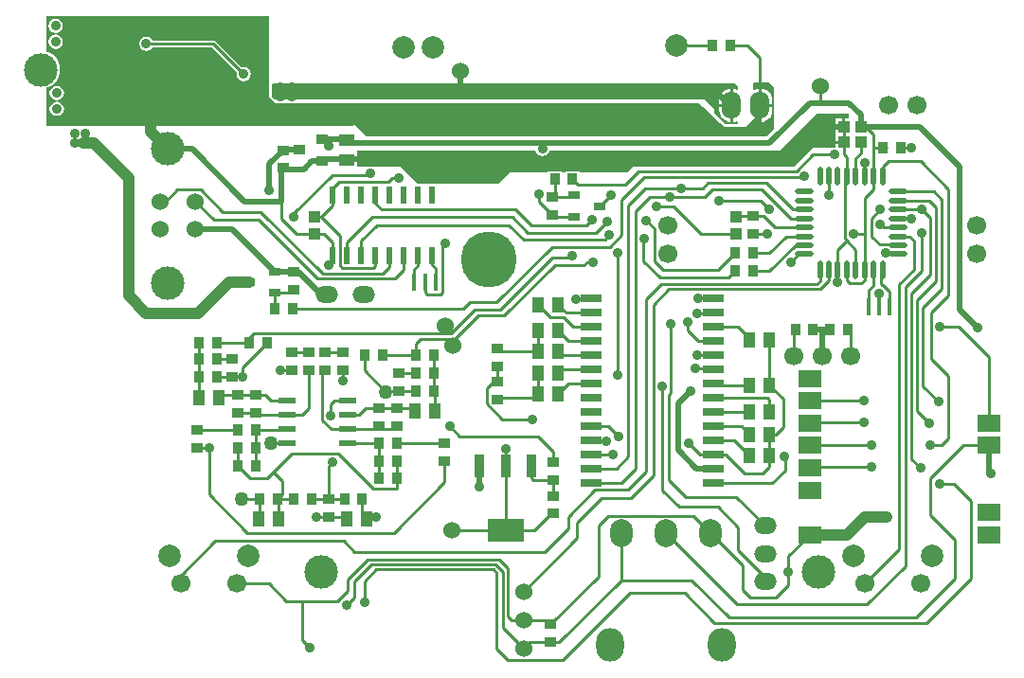
<source format=gtl>
%FSTAX25Y25*%
%MOIN*%
%SFA1B1*%

%IPPOS*%
%ADD10R,0.035430X0.039370*%
%ADD11C,0.060000*%
%ADD12R,0.041340X0.025590*%
%ADD13R,0.078740X0.059060*%
%ADD14R,0.039370X0.039370*%
%ADD15R,0.011810X0.062990*%
%ADD16R,0.127950X0.084650*%
%ADD17R,0.037400X0.084650*%
%ADD18R,0.039370X0.035430*%
%ADD19R,0.023620X0.061020*%
%ADD20R,0.039370X0.039370*%
%ADD21R,0.041340X0.055120*%
%ADD22R,0.039370X0.037400*%
%ADD23R,0.061020X0.023620*%
%ADD24R,0.037400X0.039370*%
%ADD25R,0.037400X0.039370*%
%ADD26R,0.072840X0.025590*%
%ADD27O,0.021650X0.064960*%
%ADD28O,0.064960X0.021650*%
%ADD29R,0.055120X0.041340*%
%ADD30C,0.010000*%
%ADD31C,0.019690*%
%ADD32C,0.039370*%
%ADD33C,0.078740*%
%ADD34C,0.066930*%
%ADD35O,0.066930X0.098430*%
%ADD36O,0.078740X0.060000*%
%ADD37O,0.098430X0.118110*%
%ADD38O,0.078740X0.098430*%
%ADD39C,0.118110*%
%ADD40C,0.196850*%
%ADD41O,0.078740X0.060000*%
%ADD42C,0.035430*%
%ADD43C,0.050000*%
%LNmain_pcb-1*%
%LPD*%
G36*
X0440551Y0405512D02*
X0441732Y0404331D01*
Y0403536*
X0441232Y0403201*
X0440544Y0403486*
X0439909Y040357*
Y0397677*
Y0391784*
X0440544Y0391868*
X0441232Y0392153*
X0441732Y0391819*
Y0390945*
X0437401*
X0433465Y0394882*
Y0396063*
X0429921Y0399606*
X027874*
X0277559Y0400787*
Y0405118*
X0277953Y0405512*
X0440551*
G37*
G36*
X0276772Y0398425D02*
X0279915D01*
X0280709Y0398267*
X0281502Y0398425*
X0283852*
X0284646Y0398267*
X0285439Y0398425*
X0427953*
X0436614Y0389764*
X0444488*
X044685Y0392126*
X044735Y0392251*
X0448275Y0391868*
X0448909Y0391784*
Y0397677*
Y040357*
X0448275Y0403486*
X044735Y0403104*
X044685Y0403335*
Y0405512*
X0447244Y0405905*
X0452362*
X0454331Y0403937*
Y038937*
X0451575Y0386614*
X0311024*
X0306693Y0390945*
X0306299Y0390551*
X0198425*
Y0403931*
X0198997Y0404104*
X0200144Y0404717*
X020115Y0405543*
X0201975Y0406549*
X0202589Y0407696*
X0202967Y0408941*
X0203094Y0410236*
X0202967Y0411531*
X0202589Y0412776*
X0201975Y0413924*
X020115Y041493*
X0200144Y0415755*
X0198997Y0416368*
X0198425Y0416542*
Y0429134*
X0276772*
Y0398425*
G37*
G36*
X0480709Y0393126D02*
X0479437D01*
Y0390158*
X0478937*
Y0389657*
X0475969*
Y0387189*
Y0385146*
X0478937*
Y0384146*
X0475969*
Y0383145*
X047559Y0382834*
X04748Y0382677*
X046811*
X0466535Y0381102*
X0461417Y0375984*
X0404724*
X0402756Y0374016*
X0385936*
Y0374322*
X0380993*
Y0374016*
X0379637*
Y0374322*
X0374694*
Y0374016*
X0361417*
X035748Y0370079*
X0342913*
X0335827*
X032874*
X0322835Y0375984*
X0312994*
X0312204Y0376141*
X0311414Y0375984*
X0307693*
Y0377847*
X0303937*
Y0378847*
X0307693*
Y0381413*
X030775Y038189*
X0370393*
X0370506Y0381319*
X0371053Y0380502*
X037187Y0379955*
X0372835Y0379763*
X0373799Y0379955*
X0374617Y0380502*
X0375163Y0381319*
X0375276Y038189*
X0456299*
X0469291Y0394882*
X0480709*
Y0393126*
G37*
%LNmain_pcb-2*%
%LPC*%
G36*
X0438909Y0397177D02*
X0435026D01*
Y0396102*
X0435175Y0394968*
X0435613Y039391*
X0436309Y0393002*
X0437218Y0392306*
X0438275Y0391868*
X0438909Y0391784*
Y0397177*
G37*
G36*
Y040357D02*
X0438275Y0403486D01*
X0437218Y0403049*
X0436309Y0402352*
X0435613Y0401444*
X0435175Y0400387*
X0435026Y0399252*
Y0398177*
X0438909*
Y040357*
G37*
G36*
X0453793Y0397177D02*
X0449909D01*
Y0391784*
X0450544Y0391868*
X0451601Y0392306*
X0452509Y0393002*
X0453206Y039391*
X0453644Y0394968*
X0453793Y0396102*
Y0397177*
G37*
G36*
X0201969Y0398977D02*
X0201004Y0398785D01*
X0200186Y0398239*
X019964Y0397421*
X0199448Y0396457*
X019964Y0395492*
X0200186Y0394675*
X0201004Y0394128*
X0201969Y0393937*
X0202933Y0394128*
X020375Y0394675*
X0204297Y0395492*
X0204489Y0396457*
X0204297Y0397421*
X020375Y0398239*
X0202933Y0398785*
X0201969Y0398977*
G37*
G36*
X0233465Y0421811D02*
X02325Y042162D01*
X0231683Y0421073*
X0231136Y0420256*
X0230944Y0419291*
X0231136Y0418327*
X0231683Y0417509*
X02325Y0416963*
X0233465Y0416771*
X0234429Y0416963*
X0235246Y0417509*
X023562Y0418068*
X025658*
X0265328Y040932*
X0265196Y0408661*
X0265388Y0407697*
X0265935Y040688*
X0266752Y0406333*
X0267717Y0406141*
X0268681Y0406333*
X0269498Y040688*
X0270045Y0407697*
X0270237Y0408661*
X0270045Y0409626*
X0269498Y0410443*
X0268681Y041099*
X0267717Y0411181*
X0267058Y0411051*
X0257952Y0420156*
X0257555Y0420422*
X0257087Y0420515*
X023562*
X0235246Y0421073*
X0234429Y042162*
X0233465Y0421811*
G37*
G36*
X0201575Y0422599D02*
X020061Y0422407D01*
X0199793Y0421861*
X0199247Y0421043*
X0199055Y0420079*
X0199247Y0419114*
X0199793Y0418297*
X020061Y0417751*
X0201575Y0417559*
X0202539Y0417751*
X0203357Y0418297*
X0203903Y0419114*
X0204095Y0420079*
X0203903Y0421043*
X0203357Y0421861*
X0202539Y0422407*
X0201575Y0422599*
G37*
G36*
Y0428111D02*
X020061Y0427919D01*
X0199793Y0427373*
X0199247Y0426555*
X0199055Y0425591*
X0199247Y0424626*
X0199793Y0423809*
X020061Y0423262*
X0201575Y042307*
X0202539Y0423262*
X0203357Y0423809*
X0203903Y0424626*
X0204095Y0425591*
X0203903Y0426555*
X0203357Y0427373*
X0202539Y0427919*
X0201575Y0428111*
G37*
G36*
X0449909Y040357D02*
Y0398177D01*
X0453793*
Y0399252*
X0453644Y0400387*
X0453206Y0401444*
X0452509Y0402352*
X0451601Y0403049*
X0450544Y0403486*
X0449909Y040357*
G37*
G36*
X0201969Y0404489D02*
X0201004Y0404297D01*
X0200186Y0403751*
X019964Y0402933*
X0199448Y0401968*
X019964Y0401004*
X0200186Y0400186*
X0201004Y039964*
X0201969Y0399448*
X0202933Y039964*
X020375Y0400186*
X0204297Y0401004*
X0204489Y0401968*
X0204297Y0402933*
X020375Y0403751*
X0202933Y0404297*
X0201969Y0404489*
G37*
G36*
X0478437Y0393126D02*
X0475969D01*
Y0390657*
X0478437*
Y0393126*
G37*
%LNmain_pcb-3*%
%LPD*%
G54D10*
X0328346Y0309842D03*
X0334646D03*
X0440551Y0345669D03*
X044685D03*
X0440551Y033937D03*
X044685D03*
X0251969Y0308268D03*
X0258268D03*
X0251969Y0301969D03*
X0258268D03*
X0272047Y0283465D03*
X0265748D03*
X0272047Y0277165D03*
X0265748D03*
X0334646Y0303543D03*
X0328346D03*
X0334646Y0297244D03*
X0328346D03*
X0315354Y027874D03*
X0321654D03*
X0315354Y0272441D03*
X0321654D03*
X0291732Y0259055D03*
X0285433D03*
X0279528D03*
X0273228D03*
X0275984Y0314173D03*
X0269685D03*
X0258268D03*
X0251969D03*
X0310236Y0309842D03*
X0316535D03*
X0383465Y0371654D03*
X0377165D03*
X0498819Y0382677D03*
X049252D03*
X0285039Y0325984D03*
X027874D03*
X046811Y0318898D03*
X0461811D03*
X0474016D03*
X0480315D03*
G54D11*
X0341339Y0312992D03*
X0338583Y0320079D03*
X0344094Y0409842D03*
X0470472Y0404331D03*
X0340945Y0248031D03*
X0366142Y0206535D03*
Y0216535D03*
Y0226535D03*
X0250787Y0353995D03*
Y0363838D03*
X0238189Y0353995D03*
Y0363838D03*
G54D12*
X0269488Y0335433D03*
X0278543Y0339173D03*
Y0331693D03*
X039311Y0362205D03*
X0384055Y0358465D03*
Y0365945D03*
G54D13*
X0466929Y0262205D03*
X0529921Y0285827D03*
Y0277953D03*
Y0254331D03*
Y0246457D03*
X0466929D03*
Y0270079D03*
Y0277953D03*
Y0285827D03*
Y0293701D03*
Y0301575D03*
G54D14*
X029252Y0352559D03*
Y0358465D03*
X0440945D03*
Y0352559D03*
G54D15*
X0327756Y0335433D03*
X0331496D03*
X0335236D03*
X0487598Y0326772D03*
X0491339D03*
X0495079D03*
G54D16*
X0359842Y0248031D03*
G54D17*
X0350787Y0270866D03*
X0359842D03*
X0368898D03*
G54D18*
X0287402Y0381924D03*
X0295276Y0377987D03*
Y0385861D03*
X044685Y0358661D03*
Y0352362D03*
X0357087Y0305906D03*
Y0312205D03*
Y0300394D03*
Y0294094D03*
X0296457Y0304331D03*
Y031063D03*
X0290551Y0304331D03*
Y031063D03*
X0265748Y0295669D03*
Y028937D03*
X0321654Y0290945D03*
Y0284646D03*
X0376378Y0365354D03*
Y0359055D03*
X0376772Y0260236D03*
Y0253937D03*
Y0272047D03*
Y0265748D03*
X0285433Y0332677D03*
Y0338976D03*
G54D19*
X0299035Y0366142D03*
X0304035D03*
X0334035Y0344882D03*
Y0366142D03*
X0329035D03*
X0324035D03*
X0319035D03*
X0314035D03*
X0309035D03*
X0329035Y0344882D03*
X0324035D03*
X0319035D03*
X0314035D03*
X0309035D03*
X0304035D03*
X0299035D03*
G54D20*
X0478937Y0390158D03*
X0484842D03*
X0478937Y0384646D03*
X0484842D03*
G54D21*
X0452756Y0314961D03*
X0445669D03*
X0452756Y0299213D03*
X0445669D03*
X0452756Y0289764D03*
X0445669D03*
X0452756Y028189D03*
X0445669D03*
X0452756Y0274409D03*
X0445669D03*
X0378346Y0303543D03*
X037126D03*
X0378346Y0296063D03*
X037126D03*
X0378346Y0311024D03*
X037126D03*
X0378346Y0318504D03*
X037126D03*
X0378346Y0327559D03*
X037126D03*
X0259055Y0294882D03*
X0251969D03*
X0327953Y0290158D03*
X0335039D03*
X0272835Y0251969D03*
X0279921D03*
X0311024D03*
X0303937D03*
G54D22*
X0302756Y031063D03*
Y0304331D03*
X0284646Y031063D03*
Y0304331D03*
X0263779Y0308268D03*
Y0301969D03*
X0272047Y0295669D03*
Y028937D03*
X0251181Y0283465D03*
Y0277165D03*
X0315354Y0290945D03*
Y0284646D03*
X0322441Y0303543D03*
Y0297244D03*
X0338189Y027874D03*
Y0272441D03*
X0297638Y0259055D03*
Y0252756D03*
X0281496Y037559D03*
Y038189D03*
X037559Y0208661D03*
Y0214961D03*
G54D23*
X0283071Y0293721D03*
Y028872D03*
Y028372D03*
Y027872D03*
X0304331Y0293721D03*
Y028872D03*
Y028372D03*
Y027872D03*
G54D24*
X0272047Y0270866D03*
X0265748D03*
X0315354Y0266535D03*
X0321654D03*
X0432677Y0418898D03*
X0438976D03*
G54D25*
X0309449Y0259055D03*
X030315D03*
G54D26*
X0432874Y0264744D03*
Y0269744D03*
Y0274744D03*
Y0279744D03*
Y0284744D03*
Y0289744D03*
Y0294744D03*
Y0299744D03*
Y0304744D03*
Y0309744D03*
Y0314744D03*
Y0319744D03*
Y0324744D03*
Y0329744D03*
X0389961D03*
Y0324744D03*
Y0319744D03*
Y0314744D03*
Y0309744D03*
Y0304744D03*
Y0299744D03*
Y0294744D03*
Y0289744D03*
Y0284744D03*
Y0279744D03*
Y0274744D03*
Y0269744D03*
Y0264744D03*
G54D27*
X0470472Y0339764D03*
X0473622D03*
X0476772D03*
X0479921D03*
X0483071D03*
X0486221D03*
X048937D03*
X049252D03*
Y0372835D03*
X048937D03*
X0486221D03*
X0483071D03*
X0479921D03*
X0476772D03*
X0473622D03*
X0470472D03*
G54D28*
X0498032Y0345276D03*
Y0348425D03*
Y0351575D03*
Y0354724D03*
Y0357874D03*
Y0361024D03*
Y0364173D03*
Y0367323D03*
X0464961D03*
Y0364173D03*
Y0361024D03*
Y0357874D03*
Y0354724D03*
Y0351575D03*
Y0348425D03*
Y0345276D03*
G54D29*
X0303937Y0385433D03*
Y0378346D03*
G54D30*
X0428519Y0352559D02*
X0440945D01*
X0409449Y0357087D02*
X0412205Y0354331D01*
Y0342913D02*
Y0354331D01*
X0409449Y0329528D02*
X0414692Y0334771D01*
X0409449Y0268898D02*
Y0329528D01*
X0402816Y0262265D02*
X0409449Y0268898D01*
X0455118Y022441D02*
X0459449Y022874D01*
Y0233465D02*
Y0238976D01*
X0466929Y0246457*
X0459449Y022874D02*
Y0233465D01*
X0417323Y0295669D02*
X041811Y0296457D01*
Y0320866*
X0411811Y0327559D02*
X0417323Y0333071D01*
X0411811Y0267323D02*
Y0327559D01*
X0417323Y0333071D02*
X0470472D01*
X0417323Y0265748D02*
Y0295669D01*
Y0265748D02*
X0423228Y0259842D01*
X0440945*
X0451181Y0249606*
Y0229921D02*
Y0231496D01*
X0441732Y0240945D02*
X0451181Y0231496D01*
X0441732Y0240945D02*
Y0249213D01*
X0434646Y0256299D02*
X0441732Y0249213D01*
X0420866Y0256299D02*
X0434646D01*
X0414961Y0262205D02*
X0420866Y0256299D01*
X0414961Y0262205D02*
Y0298819D01*
X0403937Y0259449D02*
X0411811Y0267323D01*
X0361811Y0216535D02*
X0366142D01*
X0385039Y0245433D02*
Y0250787D01*
X0366142Y0226535D02*
X0385039Y0245433D01*
X0265321Y0229331D02*
X0276575D01*
X0245636D02*
Y023225D01*
X0257696Y024431*
X0302934*
X0272047Y0295669D02*
D01*
X0265748D02*
X0272047D01*
X0358736Y0287008D02*
X0369291D01*
X035315Y0292594D02*
X0358736Y0287008D01*
X035315Y0292594D02*
Y0298031D01*
X0355512Y0300394*
X0357087*
X0509627Y0308385D02*
X0515748Y0302264D01*
X0509627Y0308385D02*
Y0324587D01*
X0512598Y0319685D02*
X0519291D01*
X0529921Y0309055*
X0502756Y0331496D02*
X0509271Y0338011D01*
X0502756Y0273228D02*
Y0331496D01*
Y0273228D02*
X0505905Y0270079D01*
X0487008Y0222047D02*
X0500519Y0235558D01*
X0506693Y0298819D02*
Y0326378D01*
Y0298819D02*
X0512205Y0293307D01*
X0504724Y0290158D02*
Y0329134D01*
Y0290158D02*
X0509055Y0285827D01*
X0515748Y0280315D02*
Y0302264D01*
X0513386Y0277953D02*
X0515748Y0280315D01*
X0424409Y027874D02*
X0428406Y0274744D01*
X0432874*
Y0319744D02*
X0441673D01*
X0445669Y0315748*
Y0314961D02*
Y0315748D01*
X0437461Y0274744D02*
X0444095Y026811D01*
X0432874Y0274744D02*
X0437461D01*
X0425965Y0253169D02*
X0432087Y0247047D01*
X0396082Y0253169D02*
X0425965D01*
X039252Y0249606D02*
X0396082Y0253169D01*
X039252Y023189D02*
Y0249606D01*
X037559Y0214961D02*
X039252Y023189D01*
X0467323Y0270472D02*
X0488583D01*
X0466929Y0270079D02*
X0467323Y0270472D01*
X0466931Y0277952D02*
X0488582D01*
X046693Y0277953D02*
X0466931Y0277952D01*
X046693D02*
Y0277953D01*
X0466929D02*
X046693Y0277952D01*
X0466929Y0285827D02*
X0467323Y0286221D01*
X0485827*
X0467717Y0293701D02*
X0485827D01*
X0467323Y0293307D02*
X0467717Y0293701D01*
X0446063Y022441D02*
X0455118D01*
X0443307Y0227165D02*
X0446063Y022441D01*
X0443307Y0227165D02*
Y0235827D01*
X0432087Y0247047D02*
X0443307Y0235827D01*
X0385039Y0250787D02*
X0393701Y0259449D01*
X0403937*
X0432874Y0294744D02*
X0452106D01*
X0438583Y0217323D02*
X0504331D01*
X0425394Y0230512D02*
X0438583Y0217323D01*
X0400591Y0230512D02*
X0425394D01*
X0400591D02*
Y0247047D01*
X037874Y0208661D02*
X0400591Y0230512D01*
X0368268Y0208661D02*
X037874D01*
X0488583Y0351575D02*
X0491516Y0348641D01*
X0493989Y0345276D02*
X0498032D01*
X0493648Y0345617D02*
X0493989Y0345276D01*
X0491516Y0348641D02*
X0497816D01*
X0498032Y0348425*
X0449606Y0364173D02*
X0452756Y0361024D01*
X0435039Y0364173D02*
X0449606D01*
X0479312Y0350609D02*
Y0372225D01*
X0479921Y0372835*
X0479312Y0350609D02*
X0479921Y035D01*
X0482283Y0352362D02*
X0486221D01*
X0424015Y0318465D02*
Y0321259D01*
Y0318465D02*
X0427736Y0314744D01*
X0491732Y0355906D02*
X0492913Y0354724D01*
X0498032*
X0488583Y0351575D02*
Y0357874D01*
X0491732Y0361024*
X0479921Y0372835D02*
X0479984Y0372897D01*
X0473622Y0372835D02*
X0473716Y0372741D01*
X0473622Y0366142D02*
X0473716Y0366236D01*
Y0372741*
X0399212Y0302757D02*
Y0345669D01*
Y0302757D02*
X0399213Y0302756D01*
X0396544Y0347853D02*
X0400787Y0352097D01*
X0344882Y0325984D02*
X0347244Y0328346D01*
X0285039Y0325984D02*
X0344882D01*
X0331496Y033189D02*
Y0335433D01*
Y033189D02*
X0332302Y0331083D01*
X0336989*
X0337795Y033189*
Y0348425*
X0338583Y0349213*
X0320918Y0336666D02*
X0324035Y0339784D01*
X0272835Y035748D02*
X0293649Y0336666D01*
X0320918*
X0299035Y0342736D02*
Y0344882D01*
X0281102Y0357874D02*
Y0363779D01*
Y0357874D02*
X0286417Y0352559D01*
X029252*
X0299035Y0366142D02*
Y0368327D01*
X0257145Y035748D02*
X0272835D01*
X0244416Y0368038D02*
X0252527D01*
X0240216Y0363838D02*
X0244416Y0368038D01*
X0260329Y0360236D02*
X0273622D01*
X0252527Y0368038D02*
X0260329Y0360236D01*
X0250787Y0363838D02*
X0257145Y035748D01*
X0285433Y0358268D02*
Y0359842D01*
X0371653Y036378D02*
X0376969Y0358465D01*
X0384055*
X0383465Y0365354D02*
X0384055Y0365945D01*
X0376378Y0365354D02*
X0383465D01*
X0376378D02*
X0377165Y0366142D01*
Y0371654*
X0313386Y0340551D02*
X0314035Y0341201D01*
X0302437Y0340551D02*
X0313386D01*
X0301654Y0341334D02*
X0302437Y0340551D01*
X0301654Y0341334D02*
Y0351889D01*
X0462992Y0345276D02*
X0464961D01*
X0460236Y034252D02*
X0462992Y0345276D01*
X0529921Y0285827D02*
Y0309055D01*
X0470472Y0335827D02*
Y0339764D01*
X0469417Y0334771D02*
X0470472Y0335827D01*
X0414692Y0334771D02*
X0469417D01*
X0415354Y0339764D02*
X0434646D01*
X0412205Y0342913D02*
X0415354Y0339764D01*
X0412991Y0362204D02*
X0418874D01*
X0434646Y0339764D02*
X0440551Y0345669D01*
X0414173Y0337008D02*
X0438189D01*
X0408268Y0342913D02*
X0414173Y0337008D01*
X0418874Y0362204D02*
X0428519Y0352559D01*
X0408661Y0350787D02*
Y0350788D01*
X0408268Y0351181D02*
X0408661Y0350788D01*
X0391398Y0262265D02*
X0402816D01*
X038189Y0252756D02*
X0391398Y0262265D01*
X038189Y0248819D02*
Y0252756D01*
X0449958Y036811D02*
X0460194Y0357874D01*
X048937Y0382677D02*
Y0387402D01*
Y0372835D02*
Y0382677D01*
X0493819*
X0278543Y0326181D02*
X027874Y0325984D01*
X0278543Y0326181D02*
Y0331693D01*
X0284449D02*
X0285433Y0332677D01*
X0278543Y0331693D02*
X0284449D01*
X0509449Y0277953D02*
X0513386D01*
X0466929Y0293701D02*
X0467323Y0293307D01*
X0466929Y0270079D02*
D01*
X0457874Y0274016D02*
X0458192Y0273698D01*
Y0269216D02*
Y0273698D01*
X0453721Y0264744D02*
X0458192Y0269216D01*
X0432874Y0264744D02*
X0453721D01*
X0441339Y0222047D02*
X0487008D01*
X0416339Y0247047D02*
X0441339Y0222047D01*
X0295079Y0358465D02*
X0301654Y0351889D01*
X0314035Y0341201D02*
Y0344882D01*
X0319035Y0340689D02*
Y0344882D01*
X0343701Y0281102D02*
X037126D01*
X0376772Y027559*
Y0272047D02*
Y027559D01*
X0427736Y0329744D02*
X0432874D01*
X0389744Y0329528D02*
X0389961Y0329744D01*
X0384646Y0329528D02*
X0389744D01*
X0427165Y0309842D02*
X0427264Y0309744D01*
X0432874*
X0427736Y0314744D02*
X0432874D01*
X0476772Y0335433D02*
Y0339764D01*
Y0335433D02*
D01*
X0491339Y0326772D02*
Y0331496D01*
X0495079Y0326772D02*
Y0331959D01*
X0492569Y0334468D02*
X0495079Y0331959D01*
X0492304Y0334468D02*
X0492569D01*
X0492126Y0334646D02*
X0492304Y0334468D01*
X0492126Y0334646D02*
Y033937D01*
X049252Y0339764*
X048937D02*
D01*
Y0334252D02*
Y0339764D01*
X0487598Y033248D02*
X048937Y0334252D01*
X0487598Y0326772D02*
Y033248D01*
X0381747Y0344094D02*
X0382534Y0344882D01*
X0387402Y0341339D02*
X0388583Y034252D01*
X0390551*
X0486221Y0352362D02*
Y0364961D01*
Y0339764D02*
Y0352362D01*
X0451968D02*
D01*
X044685D02*
X0451968D01*
X0486614Y0390158D02*
X048937Y0387402D01*
X0478937Y0384646D02*
Y0390158D01*
X0486221Y0336221D02*
Y0339764D01*
X0485039Y0335039D02*
X0486221Y0336221D01*
X0481102Y0335039D02*
X0485039D01*
X0479921Y0336221D02*
X0481102Y0335039D01*
X0479921Y0336221D02*
Y0339764D01*
X048937Y036811D02*
Y0372835D01*
X0486221Y0364961D02*
X048937Y036811D01*
X0483071Y0339764D02*
Y034685D01*
X0479921Y035D02*
X0483071Y034685D01*
X0476772Y0339764D02*
Y034685D01*
X0479921Y035*
X0483071Y0372835D02*
Y0379134D01*
X0484842Y0380906*
Y0384646*
X044685Y0358661D02*
X0450787D01*
X0441142D02*
X044685D01*
X0440945Y0358465D02*
X0441142Y0358661D01*
X0450787D02*
X0454724Y0354724D01*
X0464961*
X0470472Y0333071D02*
X0473622Y0336221D01*
Y0339764*
X0374016Y0216535D02*
X037559Y0214961D01*
X0366142Y0216535D02*
X0374016D01*
X0452756Y028189D02*
X0455118D01*
X045748Y0284252*
Y0294488*
X0452756Y0299213D02*
X045748Y0294488D01*
X0452756Y0299213D02*
Y0314961D01*
X0390177Y0279528D02*
X0395276D01*
X0389961Y0279744D02*
X0390177Y0279528D01*
X0432539Y032441D02*
X0432874Y0324744D01*
X0427165Y032441D02*
X0432539D01*
X04325Y0305118D02*
X0432874Y0304744D01*
X0426772Y0305118D02*
X04325D01*
X0452756Y0274409D02*
Y028189D01*
X0440335Y0279744D02*
X0445669Y0274409D01*
X0432874Y0279744D02*
X0440335D01*
X0442815Y0284744D02*
X0445669Y028189D01*
X0432874Y0284744D02*
X0442815D01*
X0432874Y0289744D02*
X0432894Y0289764D01*
X0445669*
X0452756D02*
Y0294094D01*
X0452106Y0294744D02*
X0452756Y0294094D01*
X0432874Y0299744D02*
X0433405Y0299213D01*
X0445669*
X0334035Y0341555D02*
X0335236Y0340354D01*
Y0335433D02*
Y0340354D01*
X0334035Y0341555D02*
Y0344882D01*
X0327756Y0339961D02*
X0329035Y034124D01*
Y0344882*
X0327756Y0335433D02*
Y0339961D01*
X0299035Y0344882D02*
Y034939D01*
X0295866Y0352559D02*
X0299035Y034939D01*
X029252Y0352559D02*
X0295866D01*
X0299035Y0362421D02*
Y0366142D01*
X0295079Y0358465D02*
X0299035Y0362421D01*
X029252Y0358465D02*
X0295079D01*
X0438189Y0337008D02*
X0440551Y033937D01*
X0408268Y0342913D02*
Y0351181D01*
X0304035Y0344882D02*
Y0349311D01*
X0309035Y0344882D02*
Y034998D01*
X044685Y033937D02*
X0452756D01*
X0461811Y0348425*
X0464961*
X044685Y0345669D02*
X0452756D01*
X0458661Y0351575*
X0464961*
X0389961Y0269744D02*
X0398878D01*
X0389961Y0264744D02*
X0400571D01*
X0338189Y0264961D02*
Y0272441D01*
X0460194Y0357874D02*
X0464961D01*
X0357087Y0300394D02*
Y0305906D01*
X037126Y0296063D02*
Y0303543D01*
X0370079Y0294882D02*
X037126Y0296063D01*
X0357874Y0294882D02*
X0370079D01*
X0357087Y0294094D02*
X0357874Y0294882D01*
X0378346Y0296063D02*
X0382028Y0299744D01*
X0389961*
X0378346Y0303543D02*
X0379547Y0304744D01*
X0389961*
X0357087Y0312205D02*
X0358268Y0311024D01*
X037126*
Y0318504*
X0378346Y0311024D02*
X0379626Y0309744D01*
X0389961*
X0378346Y0318504D02*
X0382106Y0314744D01*
X0389961*
X037126Y0327559D02*
X037559Y0323228D01*
X0380273*
X0383757Y0319744*
X0389961*
X0378346Y0327559D02*
X0381161Y0324744D01*
X0389961*
X0238189Y0363838D02*
X0240216D01*
X0324035Y0339784D02*
Y0344882D01*
X0359842Y0270866D02*
Y0276772D01*
Y0248031D02*
X0370079D01*
X0375984Y0253937*
X0376772*
X0359842Y0248031D02*
Y0270866D01*
X0368898Y0266535D02*
Y0270866D01*
Y0266535D02*
X0369685Y0265748D01*
X0376772*
Y0260236D02*
Y0265748D01*
X0293307Y0252756D02*
X0297638D01*
X0322441Y0303543D02*
D01*
X0328346*
X0267323Y0301969D02*
D01*
X0263779D02*
X0267323D01*
X0263779D02*
D01*
X0258268D02*
X0263779D01*
X0297638Y0270866D02*
X0298819Y0272047D01*
X0297638Y0259055D02*
Y0270866D01*
X0300965Y0275019D02*
X0313386Y0262598D01*
X0275984Y0266535D02*
X0284468Y0275019D01*
X0300965*
X0270079Y0266535D02*
X0275984D01*
X0298425Y0288583D02*
Y029252D01*
X0295454Y0303327D02*
X0296457Y0304331D01*
X0295454Y028683D02*
X0298563Y028372D01*
X0295454Y028683D02*
Y0303327D01*
X0298425Y029252D02*
X0299626Y0293721D01*
X0304331*
X0298563Y028372D02*
X0304331D01*
X0281228Y0260755D02*
Y026554D01*
X0279528Y0259055D02*
X0281228Y0260755D01*
X0278108Y0268659D02*
X0281228Y026554D01*
X0255512Y026063D02*
Y0277165D01*
X0313386Y0262598D02*
X0321654D01*
X0251181Y0277165D02*
X0255512D01*
X0302756Y0300787D02*
Y0304331D01*
Y0300787D02*
D01*
X0284646Y0304331D02*
D01*
X0280709D02*
X0284646D01*
X0233465Y0419291D02*
X0257087D01*
X0267717Y0408661*
X0322441Y0297244D02*
X0328346D01*
X031811D02*
X0322441D01*
X0317717Y029685D02*
X031811Y0297244D01*
X0297638Y0252756D02*
D01*
X030315*
X0272835Y0251969D02*
X0273228Y0252362D01*
Y0259055*
X0266929D02*
X0273228D01*
X0277185Y027872D02*
X0283071D01*
X0297638Y0259055D02*
X030315D01*
X0291732D02*
X0297638D01*
X0279528D02*
X0285433D01*
X0279528D02*
X0279921Y0258661D01*
Y0251969D02*
Y0258661D01*
X0321654Y0262598D02*
Y0272441D01*
X0265748Y0270866D02*
X0270079Y0266535D01*
X0284646Y031063D02*
D01*
X0290551*
X0302756D02*
D01*
X0296457D02*
X0302756D01*
X0258268Y0308268D02*
X0263779D01*
X0251969Y0301969D02*
Y0308268D01*
Y0294882D02*
Y0301969D01*
X0334646Y0297244D02*
Y0303543D01*
Y0297244D02*
X0335039Y029685D01*
Y0290158D02*
Y029685D01*
X0338189Y027874D02*
D01*
X0321654D02*
X0338189D01*
X0315354Y0266535D02*
D01*
Y0272441D01*
Y027874*
X0315335Y027872D02*
X0315354Y027874D01*
X0304331Y027872D02*
X0315335D01*
X0283071Y028872D02*
X0288327D01*
X0290551Y0290945*
Y0304331*
X0304331Y028372D02*
X0320728D01*
X0321654Y0284646*
X0327165Y0290945D02*
X0327953Y0290158D01*
X0315354Y0290945D02*
X0327165D01*
X031063D02*
X0315354D01*
X0308405Y028872D02*
X031063Y0290945D01*
X0304331Y028872D02*
X0308405D01*
X0265748Y0270866D02*
D01*
Y0277165*
X0251181Y0283465D02*
D01*
X0265748*
X0272047Y028937D02*
D01*
X0265748D02*
X0272047D01*
X0259055Y0294882D02*
X0259842Y0295669D01*
X0265748*
X0272047Y0277165D02*
Y0283465D01*
Y0270866D02*
Y0277165D01*
Y0270866D02*
D01*
X0272697Y028872D02*
X0283071D01*
X0272047Y0283465D02*
X0282815D01*
X0272047Y028937D02*
X0272697Y028872D01*
X0272047Y0295669D02*
X0275197D01*
X0277146Y0293721*
X0283071*
X0420079Y0418898D02*
X0432677D01*
X0438976D02*
X0444882D01*
X0449409Y041437*
Y0397677D02*
Y041437D01*
X0297637Y0341338D02*
X0299035Y0342736D01*
X0295492Y0338366D02*
X0316713D01*
X0273622Y0360236D02*
X0295492Y0338366D01*
X0316713D02*
X0319035Y0340689D01*
X0276575Y0229331D02*
X0282677Y0223228D01*
X0288189Y0209449D02*
Y0223228D01*
X0282677D02*
X0288189D01*
X0302934Y024431D02*
X0306693Y0240551D01*
X0373622*
X038189Y0248819*
X0304429Y022687D02*
Y0230807D01*
X0306693Y022441D02*
Y023019D01*
X0304429Y0230807D02*
X0311417Y0237795D01*
X0306693Y023019D02*
X0312598Y0236095D01*
X036063Y0217717D02*
X0361811Y0216535D01*
X0311417Y0237795D02*
X035748D01*
X036063Y0234646*
Y0217717D02*
Y0234646D01*
X0312598Y0236095D02*
X0356299D01*
X035893Y0233465*
Y0213747D02*
Y0233465D01*
Y0213747D02*
X0366142Y0206535D01*
X0310138Y0230217D02*
X0314173Y0234252D01*
X0355512*
X0356693Y0233071*
Y0206299D02*
Y0233071D01*
X0366142Y0206535D02*
X0368268Y0208661D01*
X0356693Y0206299D02*
X0360657Y0202335D01*
X0379894*
X0403543Y0225984*
X0422835*
X0433465Y0215354*
X0507874*
X0523747Y0231228*
Y0258536*
X0498032Y0351575D02*
X0501968D01*
X0503543Y035*
Y0339764D02*
Y035D01*
X0505905Y0377953D02*
X0515748Y036811D01*
X0509627Y0324587D02*
X0515748Y0330709D01*
X0506693Y0326378D02*
X0513386Y0333071D01*
X0504724Y0329134D02*
X0511417Y0335827D01*
X0515748Y0330709D02*
Y036811D01*
X0498032Y0367323D02*
X051063D01*
X0513386Y0364567*
Y0333071D02*
Y0364567D01*
X0511417Y0335827D02*
Y0361811D01*
X0509055Y0364173D02*
X0511417Y0361811D01*
X0498032Y0364173D02*
X0509055D01*
X0498032Y0361024D02*
X0506299D01*
X0509271Y0358052*
Y0338011D02*
Y0358052D01*
X0498032Y0357874D02*
X0502756D01*
X0486187Y0229331D02*
X0498425Y0241569D01*
Y0334646*
X0503543Y0339764*
X0500519Y0235558D02*
Y033359D01*
X0506299Y033937*
Y0352756*
X0504331Y0217323D02*
X051811Y0231102D01*
Y0244882*
X0288189Y0223228D02*
X0300787D01*
X0304429Y022687*
X0303248Y0220965D02*
X0303936Y0221653D01*
X0306693Y022441D01*
X0288189Y0209449D02*
X0290945Y0206693D01*
X0310236Y0222835D02*
Y0230118D01*
X0310138Y0230217D02*
X0310236Y0230118D01*
X0470472Y0398425D02*
Y0404331D01*
X0340158Y0284646D02*
X0343701Y0281102D01*
X0340945Y0248031D02*
X0359842D01*
X0340945D02*
D01*
X0251969Y0308268D02*
Y0314173D01*
X0258268D02*
X0269685D01*
X0267323Y0305512D02*
X0275984Y0314173D01*
X0267323Y0301969D02*
Y0305512D01*
X0269685Y0314173D02*
Y0315748D01*
X0271279Y0317342*
X034057*
X0348819Y032559*
X0316535Y0309842D02*
X0328346D01*
X0310236Y0304331D02*
Y0309842D01*
Y0304331D02*
X0317717Y029685D01*
X0342126Y0315354D02*
X0350394Y0323622D01*
X0329921Y0315354D02*
X0342126D01*
X0328346Y0313779D02*
X0329921Y0315354D01*
X0328346Y0309842D02*
Y0313779D01*
X0389961Y0274744D02*
X0397579D01*
X0255512Y026063D02*
X0268898Y0247244D01*
X0320472*
X0338189Y0264961*
X0309449Y0253543D02*
Y0259055D01*
Y0253543D02*
X0311024Y0251969D01*
X0486221Y0372835D02*
Y0377559D01*
X049752Y0382677D02*
X0502756D01*
X0405689Y0360413D02*
X041063Y0365354D01*
X0417717*
X0417766Y0365404*
X0429971*
X0432677Y036811*
X0449958*
X0403077Y0362526D02*
X0409055Y0368504D01*
X0421654*
Y0369291*
X0422441Y0368504*
X0429134*
X0400787Y0352097D02*
Y0364567D01*
X0408661Y0372441*
X0464567*
X0464961Y0372835*
X0394882Y0350394D02*
X0396457Y0351969D01*
X0391732Y0352756D02*
X0395669Y0356693D01*
X0366142Y0350394D02*
X0394882D01*
X0388189Y0355512D02*
X0390158Y035748D01*
X0368898Y0355512D02*
X0388189D01*
X039311Y0362205D02*
X0397047Y0366142D01*
X0479984Y0372897D02*
Y0379465D01*
X0478937Y0380512D02*
X0479984Y0379465D01*
X0478937Y0380512D02*
Y0384646D01*
X046811Y0380314D02*
X047559D01*
X0462205Y037441D02*
X046811Y0380314D01*
X0406693Y037441D02*
X0462205D01*
X0401968Y0369685D02*
X0406693Y037441D01*
X0385433Y0369685D02*
X0401968D01*
X0383465Y0371654D02*
X0385433Y0369685D01*
X0429134Y0368504D02*
X0431102Y0370472D01*
X0451575*
X0461024Y0361024*
X0464961*
X0299035Y0368327D02*
X0301358Y037065D01*
X0303509Y0385861D02*
X0303937Y0385433D01*
X0285433Y0359842D02*
X0298819Y0373228D01*
X031063*
X0312205Y0374803*
X0312204Y0373621D02*
Y0374802D01*
X0301358Y037065D02*
X0318681D01*
X0320079Y0372047*
X0322441*
X0372835Y0382283D02*
Y0384252D01*
X0382534Y0344882D02*
X0383465D01*
X0371653Y036378D02*
Y0366535D01*
X0334646Y0303543D02*
Y0309842D01*
Y0303543D02*
D01*
X0297638Y0383465D02*
Y0383499D01*
X0295276Y0385861D02*
X0297638Y0383499D01*
X0520866Y0277953D02*
X0529921D01*
X0509449Y0253543D02*
X051811Y0244882D01*
X0509449Y0253543D02*
Y0266535D01*
X0520866Y0277953*
X0512598Y0264567D02*
X0517717D01*
X0523747Y0258536*
X0444095Y026811D02*
X0450394D01*
X0452756Y0270472*
Y0274409*
X0314035Y036313D02*
Y0366142D01*
Y036313D02*
X0316142Y0361024D01*
X0363386*
X0368898Y0355512*
X0304035Y0349311D02*
X0312992Y0358268D01*
X0309035Y034998D02*
X0314567Y0355512D01*
X0361024*
X0366142Y0350394*
X0312992Y0358268D02*
X0362205D01*
X0367717Y0352756*
X0391732*
X0350394Y0323622D02*
X0359449D01*
X0377165Y0341339*
X0387402*
X0348819Y032559D02*
X0357874D01*
X0376378Y0344094*
X0381747*
X0347244Y0328346D02*
X0356693D01*
X03762Y0347853*
X0396544*
X0461378Y0309409D02*
Y0318465D01*
X0461811Y0318898*
X0481378Y0309409D02*
Y0317835D01*
X0480315Y0318898D02*
X0481378Y0317835D01*
X0398819Y0280906D02*
X0399015Y0281102D01*
X0399605*
X0389961Y0284744D02*
X0395963D01*
X0399605Y0281102*
X0398878Y0269744D02*
X0403077Y0273943D01*
Y0362526*
X0400571Y0264744D02*
X0405689Y0269862D01*
Y0360413*
X049252Y0372835D02*
Y0375984D01*
X0494488Y0377953*
X0505905*
G54D31*
X0420472Y0292913D02*
X0424803Y0297244D01*
X0420472Y0276378D02*
Y0292913D01*
Y0276378D02*
X0427106Y0269744D01*
X0486614Y0390158D02*
X0505512D01*
X0484842D02*
X0486614D01*
X0529921Y0268898D02*
Y0277953D01*
Y0268898D02*
X0530709Y026811D01*
X0519685Y032559D02*
X0525984Y0319291D01*
X0474016Y0390158D02*
X0478937D01*
X0474016D02*
Y0392913D01*
X026811Y0363779D02*
X0281102D01*
X0240945Y0382361D02*
X0249528D01*
X026811Y0363779*
X0263721Y0353995D02*
X0278543Y0339173D01*
X0250787Y0353995D02*
X0263721D01*
X0436221Y0388976D02*
X0444882D01*
X0278543Y0339173D02*
X027874Y0338976D01*
X0427106Y0269744D02*
X0432874D01*
X0350787Y0263386D02*
Y0270866D01*
X0484842Y0390158D02*
Y0394291D01*
X0480709Y0398425D02*
X0484842Y0394291D01*
X0449409Y0393504D02*
Y0397677D01*
X0444882Y0388976D02*
X0449409Y0393504D01*
X0273228Y0402363D02*
Y040433D01*
X0281102Y0400787D02*
Y0401575D01*
X0283858Y0404331*
X0431968D02*
X0438622Y0397677D01*
X0439409*
X0505512Y0390158D02*
X0519685Y0375984D01*
Y032559D02*
Y0375984D01*
X0344094Y0404331D02*
Y0409842D01*
X0283858Y0404331D02*
X0344094D01*
X0431968*
X0470472Y0398425D02*
X0480709D01*
X0294882Y0331102D02*
X0297047D01*
X0287008Y0338976D02*
X0294882Y0331102D01*
X027874Y0338976D02*
X0287008D01*
X0311811Y0252756D02*
X0314173D01*
X0311024Y0251969D02*
X0311811Y0252756D01*
X0471654Y0390158D02*
X0474016D01*
X0337008Y0375984D02*
X0337795Y0375197D01*
X0466929Y0398425D02*
X0470472D01*
X0279134Y0396457D02*
X042874D01*
X0436221Y0388976*
X0273228Y0402363D02*
X0279134Y0396457D01*
X0281531Y0381924D02*
X0287402D01*
X0281496Y038189D02*
X0281531Y0381924D01*
X0291767Y0377987D02*
X0295276D01*
X0288976Y0375197D02*
X0291767Y0377987D01*
X028189Y0375197D02*
X0288976D01*
X0281496Y037559D02*
X028189Y0375197D01*
X0281102Y0363779D02*
Y0375197D01*
X0281496Y037559*
X0276772Y0377165D02*
X0281496Y038189D01*
X0276772Y0367717D02*
Y0377165D01*
X0303937Y0385433D02*
X0305118Y0384252D01*
X0452756D02*
X0466929Y0398425D01*
X0295276Y0377987D02*
X0296116Y0378828D01*
X0460324D02*
X0471654Y0390158D01*
X0296116Y0378828D02*
X0460324D01*
X0305118Y0384252D02*
X0372835D01*
X0452756*
X0295276Y0385861D02*
X0303509D01*
X047126Y0309528D02*
Y0318898D01*
Y0309528D02*
X0471378Y0309409D01*
X046811Y0318898D02*
X047126D01*
X0474016*
G54D32*
X0486221Y0252756D02*
X0494095D01*
X0479921Y0246457D02*
X0486221Y0252756D01*
X0466929Y0246457D02*
X0479921D01*
X0235039Y0388267D02*
X0240945Y0382361D01*
X0235039Y0388267D02*
Y0393307D01*
X0214961Y0384252D02*
X0227165Y0372047D01*
Y0330709D02*
Y0372047D01*
X0262598Y0335433D02*
X0269488D01*
X0211417Y0384252D02*
X0214961D01*
X0227165Y0330709D02*
X0233465Y032441D01*
X0251575*
X0262598Y0335433*
G54D33*
X0509809Y0239173D03*
X048225D03*
X0241699D03*
X0269258D03*
X0324016Y041811D03*
X0334252D03*
X0420079Y0418898D03*
G54D34*
X0505872Y0229331D03*
X0486187D03*
X0245636D03*
X0265321D03*
X0494685Y0397677D03*
X0504685D03*
X0416929Y0355315D03*
Y0345315D03*
X0525591Y0355315D03*
Y0345315D03*
X0461378Y0309409D03*
X0471378D03*
X0481378D03*
G54D35*
X0449409Y0397677D03*
X0439409D03*
G54D36*
X0451181Y0249606D03*
Y0239764D03*
Y0229921D03*
G54D37*
X0436024Y0207677D03*
X0396654D03*
G54D38*
X0432087Y0247047D03*
X0416339D03*
X0400591D03*
G54D39*
X0196457Y0410236D03*
X0470079Y0233465D03*
X0294882D03*
X0240945Y0382361D03*
Y0334961D03*
G54D40*
X0353937Y0343307D03*
G54D41*
X0297047Y0331102D03*
X0310039D03*
G54D42*
X0459449Y0233465D03*
X041811Y0320866D03*
X0414961Y0298819D03*
X0369291Y0287008D03*
X0530709Y026811D03*
X0525984Y0319291D03*
X0512598Y0319685D03*
X0494095Y0252756D03*
X0474016Y0392913D03*
X0424409Y027874D03*
X0488583Y0270472D03*
X0488582Y0277952D03*
X0485827Y0286221D03*
Y0293701D03*
X0493648Y0345617D03*
X0452756Y0361024D03*
X0435039Y0364173D03*
X0482283Y0352362D03*
X0424015Y0321259D03*
X0491732Y0355906D03*
Y0361024D03*
X0464961Y0372835D03*
X0399213Y0302756D03*
X0396457Y0351969D03*
X0395669Y0356693D03*
X0390158Y035748D03*
X0399212Y0345669D03*
X0338583Y0349213D03*
X0340945Y0375197D03*
X0460236Y034252D03*
X0412991Y0362204D03*
X0408661Y0350787D03*
X0211811Y0384252D03*
X0509449Y0277953D03*
X0512205Y0293307D03*
X0509055Y0285827D03*
X0505905Y0270079D03*
X0457874Y0274016D03*
X0424803Y0297244D03*
X0350787Y0263386D03*
X0473622Y0366142D03*
X0427736Y0329744D03*
X0427165Y0309842D03*
X0476772Y0335433D03*
X0491339Y0331496D03*
X0390551Y034252D03*
X0451968Y0352362D03*
X0276772Y0367717D03*
X0395276Y0279528D03*
X0427165Y032441D03*
X0426772Y0305118D03*
X0409449Y0357087D03*
X0359842Y0276772D03*
X0293307Y0252756D03*
X0267323Y0301969D03*
X0314173Y0252756D03*
X0298819Y0272047D03*
X0298425Y0288583D03*
X0255512Y0277165D03*
X0302756Y0300787D03*
X0280709Y0304331D03*
X0285433Y0358268D03*
X0280709Y0403937D03*
X0284646D03*
Y0400787D03*
X0280709D03*
X0274409Y0411416D03*
X0273228Y040433D03*
X0235039Y0393307D03*
X0250787Y0392913D03*
X026811Y0393701D03*
X0201969Y0396457D03*
Y0401968D03*
X0201575Y0420079D03*
Y0425591D03*
X0223228Y040748D03*
X0222835Y0414961D03*
X0242126Y0406299D03*
X0234646D03*
X027441Y0417323D03*
Y0422441D03*
X0270079Y0426772D03*
X0264961D03*
X0259842D03*
X0254724D03*
X0249213D03*
X0267717Y0408661D03*
X0233465Y0419291D03*
X0297637Y0341338D03*
X0506299Y0352756D03*
Y0361024D03*
X0502756Y0357874D03*
X0303936Y0221653D03*
X0290945Y0206693D03*
X0310236Y0222835D03*
X0340158Y0284646D03*
X0397579Y0274744D03*
X0384646Y0329528D03*
X0486221Y0377559D03*
X0502756Y0382677D03*
X0417717Y0365354D03*
X0421654Y0368504D03*
X0397047Y0366142D03*
X047559Y0380314D03*
X0208268Y0384252D03*
X0211811Y0387795D03*
X0208268D03*
X0337795Y0375197D03*
Y0372047D03*
X0340945D03*
X0312204Y0373621D03*
X0322441Y0372047D03*
X0372835Y0382283D03*
X0383465Y0344882D03*
X0371653Y0366535D03*
X0297638Y0383465D03*
X0512598Y0264567D03*
X0399605Y0281102D03*
G54D43*
X0317717Y029685D03*
X0266929Y0259055D03*
X0277185Y027872D03*
M02*
</source>
